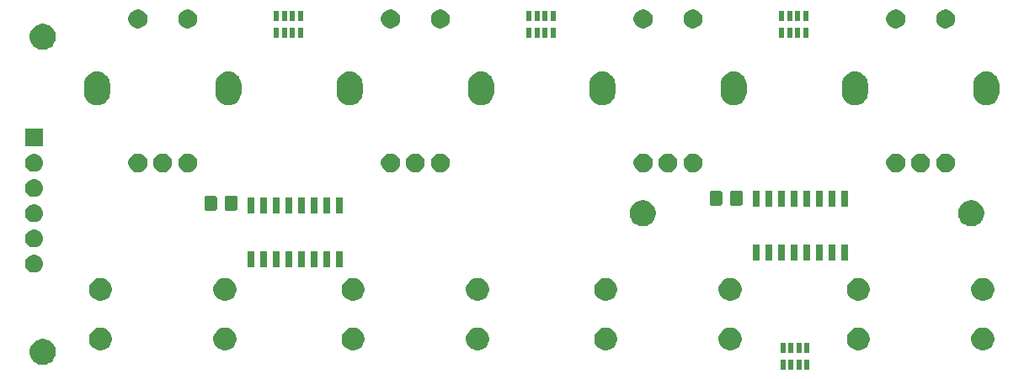
<source format=gbr>
G04 #@! TF.GenerationSoftware,KiCad,Pcbnew,5.0.1+dfsg1-2*
G04 #@! TF.CreationDate,2019-02-06T11:22:59+01:00*
G04 #@! TF.ProjectId,encoder-board,656E636F6465722D626F6172642E6B69,rev?*
G04 #@! TF.SameCoordinates,Original*
G04 #@! TF.FileFunction,Soldermask,Top*
G04 #@! TF.FilePolarity,Negative*
%FSLAX46Y46*%
G04 Gerber Fmt 4.6, Leading zero omitted, Abs format (unit mm)*
G04 Created by KiCad (PCBNEW 5.0.1+dfsg1-2) date Mi 06 Feb 2019 11:22:59 CET*
%MOMM*%
%LPD*%
G01*
G04 APERTURE LIST*
%ADD10C,0.100000*%
G04 APERTURE END LIST*
D10*
G36*
X181531000Y-122421000D02*
X181029000Y-122421000D01*
X181029000Y-121419000D01*
X181531000Y-121419000D01*
X181531000Y-122421000D01*
X181531000Y-122421000D01*
G37*
G36*
X180731000Y-122421000D02*
X180229000Y-122421000D01*
X180229000Y-121419000D01*
X180731000Y-121419000D01*
X180731000Y-122421000D01*
X180731000Y-122421000D01*
G37*
G36*
X183131000Y-122421000D02*
X182629000Y-122421000D01*
X182629000Y-121419000D01*
X183131000Y-121419000D01*
X183131000Y-122421000D01*
X183131000Y-122421000D01*
G37*
G36*
X182331000Y-122421000D02*
X181829000Y-122421000D01*
X181829000Y-121419000D01*
X182331000Y-121419000D01*
X182331000Y-122421000D01*
X182331000Y-122421000D01*
G37*
G36*
X106424485Y-119398996D02*
X106424487Y-119398997D01*
X106424488Y-119398997D01*
X106555744Y-119453365D01*
X106661255Y-119497069D01*
X106874342Y-119639449D01*
X107055551Y-119820658D01*
X107197931Y-120033745D01*
X107296004Y-120270515D01*
X107346000Y-120521861D01*
X107346000Y-120778139D01*
X107296004Y-121029485D01*
X107197931Y-121266255D01*
X107055551Y-121479342D01*
X106874342Y-121660551D01*
X106874339Y-121660553D01*
X106661255Y-121802931D01*
X106424488Y-121901003D01*
X106424487Y-121901003D01*
X106424485Y-121901004D01*
X106173139Y-121951000D01*
X105916861Y-121951000D01*
X105665515Y-121901004D01*
X105665513Y-121901003D01*
X105665512Y-121901003D01*
X105428745Y-121802931D01*
X105215661Y-121660553D01*
X105215658Y-121660551D01*
X105034449Y-121479342D01*
X104892069Y-121266255D01*
X104793996Y-121029485D01*
X104744000Y-120778139D01*
X104744000Y-120521861D01*
X104793996Y-120270515D01*
X104892069Y-120033745D01*
X105034449Y-119820658D01*
X105215658Y-119639449D01*
X105428745Y-119497069D01*
X105534256Y-119453365D01*
X105665512Y-119398997D01*
X105665513Y-119398997D01*
X105665515Y-119398996D01*
X105916861Y-119349000D01*
X106173139Y-119349000D01*
X106424485Y-119398996D01*
X106424485Y-119398996D01*
G37*
G36*
X180731000Y-120721000D02*
X180229000Y-120721000D01*
X180229000Y-119719000D01*
X180731000Y-119719000D01*
X180731000Y-120721000D01*
X180731000Y-120721000D01*
G37*
G36*
X183131000Y-120721000D02*
X182629000Y-120721000D01*
X182629000Y-119719000D01*
X183131000Y-119719000D01*
X183131000Y-120721000D01*
X183131000Y-120721000D01*
G37*
G36*
X182331000Y-120721000D02*
X181829000Y-120721000D01*
X181829000Y-119719000D01*
X182331000Y-119719000D01*
X182331000Y-120721000D01*
X182331000Y-120721000D01*
G37*
G36*
X181531000Y-120721000D02*
X181029000Y-120721000D01*
X181029000Y-119719000D01*
X181531000Y-119719000D01*
X181531000Y-120721000D01*
X181531000Y-120721000D01*
G37*
G36*
X200895734Y-118233232D02*
X201105202Y-118319996D01*
X201293723Y-118445962D01*
X201454038Y-118606277D01*
X201580004Y-118794798D01*
X201666768Y-119004266D01*
X201711000Y-119226635D01*
X201711000Y-119453365D01*
X201666768Y-119675734D01*
X201580004Y-119885202D01*
X201454038Y-120073723D01*
X201293723Y-120234038D01*
X201105202Y-120360004D01*
X200895734Y-120446768D01*
X200673365Y-120491000D01*
X200446635Y-120491000D01*
X200224266Y-120446768D01*
X200014798Y-120360004D01*
X199826277Y-120234038D01*
X199665962Y-120073723D01*
X199539996Y-119885202D01*
X199453232Y-119675734D01*
X199409000Y-119453365D01*
X199409000Y-119226635D01*
X199453232Y-119004266D01*
X199539996Y-118794798D01*
X199665962Y-118606277D01*
X199826277Y-118445962D01*
X200014798Y-118319996D01*
X200224266Y-118233232D01*
X200446635Y-118189000D01*
X200673365Y-118189000D01*
X200895734Y-118233232D01*
X200895734Y-118233232D01*
G37*
G36*
X188395734Y-118233232D02*
X188605202Y-118319996D01*
X188793723Y-118445962D01*
X188954038Y-118606277D01*
X189080004Y-118794798D01*
X189166768Y-119004266D01*
X189211000Y-119226635D01*
X189211000Y-119453365D01*
X189166768Y-119675734D01*
X189080004Y-119885202D01*
X188954038Y-120073723D01*
X188793723Y-120234038D01*
X188605202Y-120360004D01*
X188395734Y-120446768D01*
X188173365Y-120491000D01*
X187946635Y-120491000D01*
X187724266Y-120446768D01*
X187514798Y-120360004D01*
X187326277Y-120234038D01*
X187165962Y-120073723D01*
X187039996Y-119885202D01*
X186953232Y-119675734D01*
X186909000Y-119453365D01*
X186909000Y-119226635D01*
X186953232Y-119004266D01*
X187039996Y-118794798D01*
X187165962Y-118606277D01*
X187326277Y-118445962D01*
X187514798Y-118319996D01*
X187724266Y-118233232D01*
X187946635Y-118189000D01*
X188173365Y-118189000D01*
X188395734Y-118233232D01*
X188395734Y-118233232D01*
G37*
G36*
X162995734Y-118233232D02*
X163205202Y-118319996D01*
X163393723Y-118445962D01*
X163554038Y-118606277D01*
X163680004Y-118794798D01*
X163766768Y-119004266D01*
X163811000Y-119226635D01*
X163811000Y-119453365D01*
X163766768Y-119675734D01*
X163680004Y-119885202D01*
X163554038Y-120073723D01*
X163393723Y-120234038D01*
X163205202Y-120360004D01*
X162995734Y-120446768D01*
X162773365Y-120491000D01*
X162546635Y-120491000D01*
X162324266Y-120446768D01*
X162114798Y-120360004D01*
X161926277Y-120234038D01*
X161765962Y-120073723D01*
X161639996Y-119885202D01*
X161553232Y-119675734D01*
X161509000Y-119453365D01*
X161509000Y-119226635D01*
X161553232Y-119004266D01*
X161639996Y-118794798D01*
X161765962Y-118606277D01*
X161926277Y-118445962D01*
X162114798Y-118319996D01*
X162324266Y-118233232D01*
X162546635Y-118189000D01*
X162773365Y-118189000D01*
X162995734Y-118233232D01*
X162995734Y-118233232D01*
G37*
G36*
X175495734Y-118233232D02*
X175705202Y-118319996D01*
X175893723Y-118445962D01*
X176054038Y-118606277D01*
X176180004Y-118794798D01*
X176266768Y-119004266D01*
X176311000Y-119226635D01*
X176311000Y-119453365D01*
X176266768Y-119675734D01*
X176180004Y-119885202D01*
X176054038Y-120073723D01*
X175893723Y-120234038D01*
X175705202Y-120360004D01*
X175495734Y-120446768D01*
X175273365Y-120491000D01*
X175046635Y-120491000D01*
X174824266Y-120446768D01*
X174614798Y-120360004D01*
X174426277Y-120234038D01*
X174265962Y-120073723D01*
X174139996Y-119885202D01*
X174053232Y-119675734D01*
X174009000Y-119453365D01*
X174009000Y-119226635D01*
X174053232Y-119004266D01*
X174139996Y-118794798D01*
X174265962Y-118606277D01*
X174426277Y-118445962D01*
X174614798Y-118319996D01*
X174824266Y-118233232D01*
X175046635Y-118189000D01*
X175273365Y-118189000D01*
X175495734Y-118233232D01*
X175495734Y-118233232D01*
G37*
G36*
X150095734Y-118233232D02*
X150305202Y-118319996D01*
X150493723Y-118445962D01*
X150654038Y-118606277D01*
X150780004Y-118794798D01*
X150866768Y-119004266D01*
X150911000Y-119226635D01*
X150911000Y-119453365D01*
X150866768Y-119675734D01*
X150780004Y-119885202D01*
X150654038Y-120073723D01*
X150493723Y-120234038D01*
X150305202Y-120360004D01*
X150095734Y-120446768D01*
X149873365Y-120491000D01*
X149646635Y-120491000D01*
X149424266Y-120446768D01*
X149214798Y-120360004D01*
X149026277Y-120234038D01*
X148865962Y-120073723D01*
X148739996Y-119885202D01*
X148653232Y-119675734D01*
X148609000Y-119453365D01*
X148609000Y-119226635D01*
X148653232Y-119004266D01*
X148739996Y-118794798D01*
X148865962Y-118606277D01*
X149026277Y-118445962D01*
X149214798Y-118319996D01*
X149424266Y-118233232D01*
X149646635Y-118189000D01*
X149873365Y-118189000D01*
X150095734Y-118233232D01*
X150095734Y-118233232D01*
G37*
G36*
X124695734Y-118233232D02*
X124905202Y-118319996D01*
X125093723Y-118445962D01*
X125254038Y-118606277D01*
X125380004Y-118794798D01*
X125466768Y-119004266D01*
X125511000Y-119226635D01*
X125511000Y-119453365D01*
X125466768Y-119675734D01*
X125380004Y-119885202D01*
X125254038Y-120073723D01*
X125093723Y-120234038D01*
X124905202Y-120360004D01*
X124695734Y-120446768D01*
X124473365Y-120491000D01*
X124246635Y-120491000D01*
X124024266Y-120446768D01*
X123814798Y-120360004D01*
X123626277Y-120234038D01*
X123465962Y-120073723D01*
X123339996Y-119885202D01*
X123253232Y-119675734D01*
X123209000Y-119453365D01*
X123209000Y-119226635D01*
X123253232Y-119004266D01*
X123339996Y-118794798D01*
X123465962Y-118606277D01*
X123626277Y-118445962D01*
X123814798Y-118319996D01*
X124024266Y-118233232D01*
X124246635Y-118189000D01*
X124473365Y-118189000D01*
X124695734Y-118233232D01*
X124695734Y-118233232D01*
G37*
G36*
X112195734Y-118233232D02*
X112405202Y-118319996D01*
X112593723Y-118445962D01*
X112754038Y-118606277D01*
X112880004Y-118794798D01*
X112966768Y-119004266D01*
X113011000Y-119226635D01*
X113011000Y-119453365D01*
X112966768Y-119675734D01*
X112880004Y-119885202D01*
X112754038Y-120073723D01*
X112593723Y-120234038D01*
X112405202Y-120360004D01*
X112195734Y-120446768D01*
X111973365Y-120491000D01*
X111746635Y-120491000D01*
X111524266Y-120446768D01*
X111314798Y-120360004D01*
X111126277Y-120234038D01*
X110965962Y-120073723D01*
X110839996Y-119885202D01*
X110753232Y-119675734D01*
X110709000Y-119453365D01*
X110709000Y-119226635D01*
X110753232Y-119004266D01*
X110839996Y-118794798D01*
X110965962Y-118606277D01*
X111126277Y-118445962D01*
X111314798Y-118319996D01*
X111524266Y-118233232D01*
X111746635Y-118189000D01*
X111973365Y-118189000D01*
X112195734Y-118233232D01*
X112195734Y-118233232D01*
G37*
G36*
X137595734Y-118233232D02*
X137805202Y-118319996D01*
X137993723Y-118445962D01*
X138154038Y-118606277D01*
X138280004Y-118794798D01*
X138366768Y-119004266D01*
X138411000Y-119226635D01*
X138411000Y-119453365D01*
X138366768Y-119675734D01*
X138280004Y-119885202D01*
X138154038Y-120073723D01*
X137993723Y-120234038D01*
X137805202Y-120360004D01*
X137595734Y-120446768D01*
X137373365Y-120491000D01*
X137146635Y-120491000D01*
X136924266Y-120446768D01*
X136714798Y-120360004D01*
X136526277Y-120234038D01*
X136365962Y-120073723D01*
X136239996Y-119885202D01*
X136153232Y-119675734D01*
X136109000Y-119453365D01*
X136109000Y-119226635D01*
X136153232Y-119004266D01*
X136239996Y-118794798D01*
X136365962Y-118606277D01*
X136526277Y-118445962D01*
X136714798Y-118319996D01*
X136924266Y-118233232D01*
X137146635Y-118189000D01*
X137373365Y-118189000D01*
X137595734Y-118233232D01*
X137595734Y-118233232D01*
G37*
G36*
X188395734Y-113233232D02*
X188605202Y-113319996D01*
X188793723Y-113445962D01*
X188954038Y-113606277D01*
X189080004Y-113794798D01*
X189166768Y-114004266D01*
X189211000Y-114226635D01*
X189211000Y-114453365D01*
X189166768Y-114675734D01*
X189080004Y-114885202D01*
X188954038Y-115073723D01*
X188793723Y-115234038D01*
X188605202Y-115360004D01*
X188395734Y-115446768D01*
X188173365Y-115491000D01*
X187946635Y-115491000D01*
X187724266Y-115446768D01*
X187514798Y-115360004D01*
X187326277Y-115234038D01*
X187165962Y-115073723D01*
X187039996Y-114885202D01*
X186953232Y-114675734D01*
X186909000Y-114453365D01*
X186909000Y-114226635D01*
X186953232Y-114004266D01*
X187039996Y-113794798D01*
X187165962Y-113606277D01*
X187326277Y-113445962D01*
X187514798Y-113319996D01*
X187724266Y-113233232D01*
X187946635Y-113189000D01*
X188173365Y-113189000D01*
X188395734Y-113233232D01*
X188395734Y-113233232D01*
G37*
G36*
X162995734Y-113233232D02*
X163205202Y-113319996D01*
X163393723Y-113445962D01*
X163554038Y-113606277D01*
X163680004Y-113794798D01*
X163766768Y-114004266D01*
X163811000Y-114226635D01*
X163811000Y-114453365D01*
X163766768Y-114675734D01*
X163680004Y-114885202D01*
X163554038Y-115073723D01*
X163393723Y-115234038D01*
X163205202Y-115360004D01*
X162995734Y-115446768D01*
X162773365Y-115491000D01*
X162546635Y-115491000D01*
X162324266Y-115446768D01*
X162114798Y-115360004D01*
X161926277Y-115234038D01*
X161765962Y-115073723D01*
X161639996Y-114885202D01*
X161553232Y-114675734D01*
X161509000Y-114453365D01*
X161509000Y-114226635D01*
X161553232Y-114004266D01*
X161639996Y-113794798D01*
X161765962Y-113606277D01*
X161926277Y-113445962D01*
X162114798Y-113319996D01*
X162324266Y-113233232D01*
X162546635Y-113189000D01*
X162773365Y-113189000D01*
X162995734Y-113233232D01*
X162995734Y-113233232D01*
G37*
G36*
X150095734Y-113233232D02*
X150305202Y-113319996D01*
X150493723Y-113445962D01*
X150654038Y-113606277D01*
X150780004Y-113794798D01*
X150866768Y-114004266D01*
X150911000Y-114226635D01*
X150911000Y-114453365D01*
X150866768Y-114675734D01*
X150780004Y-114885202D01*
X150654038Y-115073723D01*
X150493723Y-115234038D01*
X150305202Y-115360004D01*
X150095734Y-115446768D01*
X149873365Y-115491000D01*
X149646635Y-115491000D01*
X149424266Y-115446768D01*
X149214798Y-115360004D01*
X149026277Y-115234038D01*
X148865962Y-115073723D01*
X148739996Y-114885202D01*
X148653232Y-114675734D01*
X148609000Y-114453365D01*
X148609000Y-114226635D01*
X148653232Y-114004266D01*
X148739996Y-113794798D01*
X148865962Y-113606277D01*
X149026277Y-113445962D01*
X149214798Y-113319996D01*
X149424266Y-113233232D01*
X149646635Y-113189000D01*
X149873365Y-113189000D01*
X150095734Y-113233232D01*
X150095734Y-113233232D01*
G37*
G36*
X137595734Y-113233232D02*
X137805202Y-113319996D01*
X137993723Y-113445962D01*
X138154038Y-113606277D01*
X138280004Y-113794798D01*
X138366768Y-114004266D01*
X138411000Y-114226635D01*
X138411000Y-114453365D01*
X138366768Y-114675734D01*
X138280004Y-114885202D01*
X138154038Y-115073723D01*
X137993723Y-115234038D01*
X137805202Y-115360004D01*
X137595734Y-115446768D01*
X137373365Y-115491000D01*
X137146635Y-115491000D01*
X136924266Y-115446768D01*
X136714798Y-115360004D01*
X136526277Y-115234038D01*
X136365962Y-115073723D01*
X136239996Y-114885202D01*
X136153232Y-114675734D01*
X136109000Y-114453365D01*
X136109000Y-114226635D01*
X136153232Y-114004266D01*
X136239996Y-113794798D01*
X136365962Y-113606277D01*
X136526277Y-113445962D01*
X136714798Y-113319996D01*
X136924266Y-113233232D01*
X137146635Y-113189000D01*
X137373365Y-113189000D01*
X137595734Y-113233232D01*
X137595734Y-113233232D01*
G37*
G36*
X124695734Y-113233232D02*
X124905202Y-113319996D01*
X125093723Y-113445962D01*
X125254038Y-113606277D01*
X125380004Y-113794798D01*
X125466768Y-114004266D01*
X125511000Y-114226635D01*
X125511000Y-114453365D01*
X125466768Y-114675734D01*
X125380004Y-114885202D01*
X125254038Y-115073723D01*
X125093723Y-115234038D01*
X124905202Y-115360004D01*
X124695734Y-115446768D01*
X124473365Y-115491000D01*
X124246635Y-115491000D01*
X124024266Y-115446768D01*
X123814798Y-115360004D01*
X123626277Y-115234038D01*
X123465962Y-115073723D01*
X123339996Y-114885202D01*
X123253232Y-114675734D01*
X123209000Y-114453365D01*
X123209000Y-114226635D01*
X123253232Y-114004266D01*
X123339996Y-113794798D01*
X123465962Y-113606277D01*
X123626277Y-113445962D01*
X123814798Y-113319996D01*
X124024266Y-113233232D01*
X124246635Y-113189000D01*
X124473365Y-113189000D01*
X124695734Y-113233232D01*
X124695734Y-113233232D01*
G37*
G36*
X112195734Y-113233232D02*
X112405202Y-113319996D01*
X112593723Y-113445962D01*
X112754038Y-113606277D01*
X112880004Y-113794798D01*
X112966768Y-114004266D01*
X113011000Y-114226635D01*
X113011000Y-114453365D01*
X112966768Y-114675734D01*
X112880004Y-114885202D01*
X112754038Y-115073723D01*
X112593723Y-115234038D01*
X112405202Y-115360004D01*
X112195734Y-115446768D01*
X111973365Y-115491000D01*
X111746635Y-115491000D01*
X111524266Y-115446768D01*
X111314798Y-115360004D01*
X111126277Y-115234038D01*
X110965962Y-115073723D01*
X110839996Y-114885202D01*
X110753232Y-114675734D01*
X110709000Y-114453365D01*
X110709000Y-114226635D01*
X110753232Y-114004266D01*
X110839996Y-113794798D01*
X110965962Y-113606277D01*
X111126277Y-113445962D01*
X111314798Y-113319996D01*
X111524266Y-113233232D01*
X111746635Y-113189000D01*
X111973365Y-113189000D01*
X112195734Y-113233232D01*
X112195734Y-113233232D01*
G37*
G36*
X200895734Y-113233232D02*
X201105202Y-113319996D01*
X201293723Y-113445962D01*
X201454038Y-113606277D01*
X201580004Y-113794798D01*
X201666768Y-114004266D01*
X201711000Y-114226635D01*
X201711000Y-114453365D01*
X201666768Y-114675734D01*
X201580004Y-114885202D01*
X201454038Y-115073723D01*
X201293723Y-115234038D01*
X201105202Y-115360004D01*
X200895734Y-115446768D01*
X200673365Y-115491000D01*
X200446635Y-115491000D01*
X200224266Y-115446768D01*
X200014798Y-115360004D01*
X199826277Y-115234038D01*
X199665962Y-115073723D01*
X199539996Y-114885202D01*
X199453232Y-114675734D01*
X199409000Y-114453365D01*
X199409000Y-114226635D01*
X199453232Y-114004266D01*
X199539996Y-113794798D01*
X199665962Y-113606277D01*
X199826277Y-113445962D01*
X200014798Y-113319996D01*
X200224266Y-113233232D01*
X200446635Y-113189000D01*
X200673365Y-113189000D01*
X200895734Y-113233232D01*
X200895734Y-113233232D01*
G37*
G36*
X175495734Y-113233232D02*
X175705202Y-113319996D01*
X175893723Y-113445962D01*
X176054038Y-113606277D01*
X176180004Y-113794798D01*
X176266768Y-114004266D01*
X176311000Y-114226635D01*
X176311000Y-114453365D01*
X176266768Y-114675734D01*
X176180004Y-114885202D01*
X176054038Y-115073723D01*
X175893723Y-115234038D01*
X175705202Y-115360004D01*
X175495734Y-115446768D01*
X175273365Y-115491000D01*
X175046635Y-115491000D01*
X174824266Y-115446768D01*
X174614798Y-115360004D01*
X174426277Y-115234038D01*
X174265962Y-115073723D01*
X174139996Y-114885202D01*
X174053232Y-114675734D01*
X174009000Y-114453365D01*
X174009000Y-114226635D01*
X174053232Y-114004266D01*
X174139996Y-113794798D01*
X174265962Y-113606277D01*
X174426277Y-113445962D01*
X174614798Y-113319996D01*
X174824266Y-113233232D01*
X175046635Y-113189000D01*
X175273365Y-113189000D01*
X175495734Y-113233232D01*
X175495734Y-113233232D01*
G37*
G36*
X105266442Y-110865518D02*
X105332627Y-110872037D01*
X105445853Y-110906384D01*
X105502467Y-110923557D01*
X105641087Y-110997652D01*
X105658991Y-111007222D01*
X105694729Y-111036552D01*
X105796186Y-111119814D01*
X105879448Y-111221271D01*
X105908778Y-111257009D01*
X105908779Y-111257011D01*
X105992443Y-111413533D01*
X105992443Y-111413534D01*
X106043963Y-111583373D01*
X106061359Y-111760000D01*
X106043963Y-111936627D01*
X106009616Y-112049853D01*
X105992443Y-112106467D01*
X105918348Y-112245087D01*
X105908778Y-112262991D01*
X105879448Y-112298729D01*
X105796186Y-112400186D01*
X105694729Y-112483448D01*
X105658991Y-112512778D01*
X105658989Y-112512779D01*
X105502467Y-112596443D01*
X105445853Y-112613616D01*
X105332627Y-112647963D01*
X105266442Y-112654482D01*
X105200260Y-112661000D01*
X105111740Y-112661000D01*
X105045558Y-112654482D01*
X104979373Y-112647963D01*
X104866147Y-112613616D01*
X104809533Y-112596443D01*
X104653011Y-112512779D01*
X104653009Y-112512778D01*
X104617271Y-112483448D01*
X104515814Y-112400186D01*
X104432552Y-112298729D01*
X104403222Y-112262991D01*
X104393652Y-112245087D01*
X104319557Y-112106467D01*
X104302384Y-112049853D01*
X104268037Y-111936627D01*
X104250641Y-111760000D01*
X104268037Y-111583373D01*
X104319557Y-111413534D01*
X104319557Y-111413533D01*
X104403221Y-111257011D01*
X104403222Y-111257009D01*
X104432552Y-111221271D01*
X104515814Y-111119814D01*
X104617271Y-111036552D01*
X104653009Y-111007222D01*
X104670913Y-110997652D01*
X104809533Y-110923557D01*
X104866147Y-110906384D01*
X104979373Y-110872037D01*
X105045558Y-110865518D01*
X105111740Y-110859000D01*
X105200260Y-110859000D01*
X105266442Y-110865518D01*
X105266442Y-110865518D01*
G37*
G36*
X133701000Y-112086000D02*
X132999000Y-112086000D01*
X132999000Y-110484000D01*
X133701000Y-110484000D01*
X133701000Y-112086000D01*
X133701000Y-112086000D01*
G37*
G36*
X129891000Y-112086000D02*
X129189000Y-112086000D01*
X129189000Y-110484000D01*
X129891000Y-110484000D01*
X129891000Y-112086000D01*
X129891000Y-112086000D01*
G37*
G36*
X131161000Y-112086000D02*
X130459000Y-112086000D01*
X130459000Y-110484000D01*
X131161000Y-110484000D01*
X131161000Y-112086000D01*
X131161000Y-112086000D01*
G37*
G36*
X132431000Y-112086000D02*
X131729000Y-112086000D01*
X131729000Y-110484000D01*
X132431000Y-110484000D01*
X132431000Y-112086000D01*
X132431000Y-112086000D01*
G37*
G36*
X134971000Y-112086000D02*
X134269000Y-112086000D01*
X134269000Y-110484000D01*
X134971000Y-110484000D01*
X134971000Y-112086000D01*
X134971000Y-112086000D01*
G37*
G36*
X136241000Y-112086000D02*
X135539000Y-112086000D01*
X135539000Y-110484000D01*
X136241000Y-110484000D01*
X136241000Y-112086000D01*
X136241000Y-112086000D01*
G37*
G36*
X128621000Y-112086000D02*
X127919000Y-112086000D01*
X127919000Y-110484000D01*
X128621000Y-110484000D01*
X128621000Y-112086000D01*
X128621000Y-112086000D01*
G37*
G36*
X127351000Y-112086000D02*
X126649000Y-112086000D01*
X126649000Y-110484000D01*
X127351000Y-110484000D01*
X127351000Y-112086000D01*
X127351000Y-112086000D01*
G37*
G36*
X180691000Y-111451000D02*
X179989000Y-111451000D01*
X179989000Y-109849000D01*
X180691000Y-109849000D01*
X180691000Y-111451000D01*
X180691000Y-111451000D01*
G37*
G36*
X187041000Y-111451000D02*
X186339000Y-111451000D01*
X186339000Y-109849000D01*
X187041000Y-109849000D01*
X187041000Y-111451000D01*
X187041000Y-111451000D01*
G37*
G36*
X181961000Y-111451000D02*
X181259000Y-111451000D01*
X181259000Y-109849000D01*
X181961000Y-109849000D01*
X181961000Y-111451000D01*
X181961000Y-111451000D01*
G37*
G36*
X183231000Y-111451000D02*
X182529000Y-111451000D01*
X182529000Y-109849000D01*
X183231000Y-109849000D01*
X183231000Y-111451000D01*
X183231000Y-111451000D01*
G37*
G36*
X184501000Y-111451000D02*
X183799000Y-111451000D01*
X183799000Y-109849000D01*
X184501000Y-109849000D01*
X184501000Y-111451000D01*
X184501000Y-111451000D01*
G37*
G36*
X185771000Y-111451000D02*
X185069000Y-111451000D01*
X185069000Y-109849000D01*
X185771000Y-109849000D01*
X185771000Y-111451000D01*
X185771000Y-111451000D01*
G37*
G36*
X179421000Y-111451000D02*
X178719000Y-111451000D01*
X178719000Y-109849000D01*
X179421000Y-109849000D01*
X179421000Y-111451000D01*
X179421000Y-111451000D01*
G37*
G36*
X178151000Y-111451000D02*
X177449000Y-111451000D01*
X177449000Y-109849000D01*
X178151000Y-109849000D01*
X178151000Y-111451000D01*
X178151000Y-111451000D01*
G37*
G36*
X105266443Y-108325519D02*
X105332627Y-108332037D01*
X105445853Y-108366384D01*
X105502467Y-108383557D01*
X105641087Y-108457652D01*
X105658991Y-108467222D01*
X105694729Y-108496552D01*
X105796186Y-108579814D01*
X105879448Y-108681271D01*
X105908778Y-108717009D01*
X105908779Y-108717011D01*
X105992443Y-108873533D01*
X105992443Y-108873534D01*
X106043963Y-109043373D01*
X106061359Y-109220000D01*
X106043963Y-109396627D01*
X106009616Y-109509853D01*
X105992443Y-109566467D01*
X105918348Y-109705087D01*
X105908778Y-109722991D01*
X105879448Y-109758729D01*
X105796186Y-109860186D01*
X105694729Y-109943448D01*
X105658991Y-109972778D01*
X105658989Y-109972779D01*
X105502467Y-110056443D01*
X105445853Y-110073616D01*
X105332627Y-110107963D01*
X105266443Y-110114481D01*
X105200260Y-110121000D01*
X105111740Y-110121000D01*
X105045557Y-110114481D01*
X104979373Y-110107963D01*
X104866147Y-110073616D01*
X104809533Y-110056443D01*
X104653011Y-109972779D01*
X104653009Y-109972778D01*
X104617271Y-109943448D01*
X104515814Y-109860186D01*
X104432552Y-109758729D01*
X104403222Y-109722991D01*
X104393652Y-109705087D01*
X104319557Y-109566467D01*
X104302384Y-109509853D01*
X104268037Y-109396627D01*
X104250641Y-109220000D01*
X104268037Y-109043373D01*
X104319557Y-108873534D01*
X104319557Y-108873533D01*
X104403221Y-108717011D01*
X104403222Y-108717009D01*
X104432552Y-108681271D01*
X104515814Y-108579814D01*
X104617271Y-108496552D01*
X104653009Y-108467222D01*
X104670913Y-108457652D01*
X104809533Y-108383557D01*
X104866147Y-108366384D01*
X104979373Y-108332037D01*
X105045557Y-108325519D01*
X105111740Y-108319000D01*
X105200260Y-108319000D01*
X105266443Y-108325519D01*
X105266443Y-108325519D01*
G37*
G36*
X199769485Y-105428996D02*
X199769487Y-105428997D01*
X199769488Y-105428997D01*
X200006255Y-105527069D01*
X200219342Y-105669449D01*
X200400551Y-105850658D01*
X200400553Y-105850661D01*
X200542931Y-106063745D01*
X200636800Y-106290364D01*
X200641004Y-106300515D01*
X200691000Y-106551861D01*
X200691000Y-106808139D01*
X200641004Y-107059485D01*
X200542931Y-107296255D01*
X200400551Y-107509342D01*
X200219342Y-107690551D01*
X200219339Y-107690553D01*
X200006255Y-107832931D01*
X199769488Y-107931003D01*
X199769487Y-107931003D01*
X199769485Y-107931004D01*
X199518139Y-107981000D01*
X199261861Y-107981000D01*
X199010515Y-107931004D01*
X199010513Y-107931003D01*
X199010512Y-107931003D01*
X198773745Y-107832931D01*
X198560661Y-107690553D01*
X198560658Y-107690551D01*
X198379449Y-107509342D01*
X198237069Y-107296255D01*
X198138996Y-107059485D01*
X198089000Y-106808139D01*
X198089000Y-106551861D01*
X198138996Y-106300515D01*
X198143201Y-106290364D01*
X198237069Y-106063745D01*
X198379447Y-105850661D01*
X198379449Y-105850658D01*
X198560658Y-105669449D01*
X198773745Y-105527069D01*
X199010512Y-105428997D01*
X199010513Y-105428997D01*
X199010515Y-105428996D01*
X199261861Y-105379000D01*
X199518139Y-105379000D01*
X199769485Y-105428996D01*
X199769485Y-105428996D01*
G37*
G36*
X166749485Y-105428996D02*
X166749487Y-105428997D01*
X166749488Y-105428997D01*
X166986255Y-105527069D01*
X167199342Y-105669449D01*
X167380551Y-105850658D01*
X167380553Y-105850661D01*
X167522931Y-106063745D01*
X167616800Y-106290364D01*
X167621004Y-106300515D01*
X167671000Y-106551861D01*
X167671000Y-106808139D01*
X167621004Y-107059485D01*
X167522931Y-107296255D01*
X167380551Y-107509342D01*
X167199342Y-107690551D01*
X167199339Y-107690553D01*
X166986255Y-107832931D01*
X166749488Y-107931003D01*
X166749487Y-107931003D01*
X166749485Y-107931004D01*
X166498139Y-107981000D01*
X166241861Y-107981000D01*
X165990515Y-107931004D01*
X165990513Y-107931003D01*
X165990512Y-107931003D01*
X165753745Y-107832931D01*
X165540661Y-107690553D01*
X165540658Y-107690551D01*
X165359449Y-107509342D01*
X165217069Y-107296255D01*
X165118996Y-107059485D01*
X165069000Y-106808139D01*
X165069000Y-106551861D01*
X165118996Y-106300515D01*
X165123201Y-106290364D01*
X165217069Y-106063745D01*
X165359447Y-105850661D01*
X165359449Y-105850658D01*
X165540658Y-105669449D01*
X165753745Y-105527069D01*
X165990512Y-105428997D01*
X165990513Y-105428997D01*
X165990515Y-105428996D01*
X166241861Y-105379000D01*
X166498139Y-105379000D01*
X166749485Y-105428996D01*
X166749485Y-105428996D01*
G37*
G36*
X105266443Y-105785519D02*
X105332627Y-105792037D01*
X105445853Y-105826384D01*
X105502467Y-105843557D01*
X105591416Y-105891102D01*
X105658991Y-105927222D01*
X105694729Y-105956552D01*
X105796186Y-106039814D01*
X105879448Y-106141271D01*
X105908778Y-106177009D01*
X105908779Y-106177011D01*
X105992443Y-106333533D01*
X105999121Y-106355548D01*
X106043963Y-106503373D01*
X106061359Y-106680000D01*
X106043963Y-106856627D01*
X106009616Y-106969853D01*
X105992443Y-107026467D01*
X105918348Y-107165087D01*
X105908778Y-107182991D01*
X105879448Y-107218729D01*
X105796186Y-107320186D01*
X105694729Y-107403448D01*
X105658991Y-107432778D01*
X105658989Y-107432779D01*
X105502467Y-107516443D01*
X105445853Y-107533616D01*
X105332627Y-107567963D01*
X105266443Y-107574481D01*
X105200260Y-107581000D01*
X105111740Y-107581000D01*
X105045557Y-107574481D01*
X104979373Y-107567963D01*
X104866147Y-107533616D01*
X104809533Y-107516443D01*
X104653011Y-107432779D01*
X104653009Y-107432778D01*
X104617271Y-107403448D01*
X104515814Y-107320186D01*
X104432552Y-107218729D01*
X104403222Y-107182991D01*
X104393652Y-107165087D01*
X104319557Y-107026467D01*
X104302384Y-106969853D01*
X104268037Y-106856627D01*
X104250641Y-106680000D01*
X104268037Y-106503373D01*
X104312879Y-106355548D01*
X104319557Y-106333533D01*
X104403221Y-106177011D01*
X104403222Y-106177009D01*
X104432552Y-106141271D01*
X104515814Y-106039814D01*
X104617271Y-105956552D01*
X104653009Y-105927222D01*
X104720584Y-105891102D01*
X104809533Y-105843557D01*
X104866147Y-105826384D01*
X104979373Y-105792037D01*
X105045557Y-105785519D01*
X105111740Y-105779000D01*
X105200260Y-105779000D01*
X105266443Y-105785519D01*
X105266443Y-105785519D01*
G37*
G36*
X128621000Y-106686000D02*
X127919000Y-106686000D01*
X127919000Y-105084000D01*
X128621000Y-105084000D01*
X128621000Y-106686000D01*
X128621000Y-106686000D01*
G37*
G36*
X132431000Y-106686000D02*
X131729000Y-106686000D01*
X131729000Y-105084000D01*
X132431000Y-105084000D01*
X132431000Y-106686000D01*
X132431000Y-106686000D01*
G37*
G36*
X133701000Y-106686000D02*
X132999000Y-106686000D01*
X132999000Y-105084000D01*
X133701000Y-105084000D01*
X133701000Y-106686000D01*
X133701000Y-106686000D01*
G37*
G36*
X134971000Y-106686000D02*
X134269000Y-106686000D01*
X134269000Y-105084000D01*
X134971000Y-105084000D01*
X134971000Y-106686000D01*
X134971000Y-106686000D01*
G37*
G36*
X136241000Y-106686000D02*
X135539000Y-106686000D01*
X135539000Y-105084000D01*
X136241000Y-105084000D01*
X136241000Y-106686000D01*
X136241000Y-106686000D01*
G37*
G36*
X131161000Y-106686000D02*
X130459000Y-106686000D01*
X130459000Y-105084000D01*
X131161000Y-105084000D01*
X131161000Y-106686000D01*
X131161000Y-106686000D01*
G37*
G36*
X129891000Y-106686000D02*
X129189000Y-106686000D01*
X129189000Y-105084000D01*
X129891000Y-105084000D01*
X129891000Y-106686000D01*
X129891000Y-106686000D01*
G37*
G36*
X127351000Y-106686000D02*
X126649000Y-106686000D01*
X126649000Y-105084000D01*
X127351000Y-105084000D01*
X127351000Y-106686000D01*
X127351000Y-106686000D01*
G37*
G36*
X125440677Y-104917465D02*
X125478364Y-104928898D01*
X125513103Y-104947466D01*
X125543548Y-104972452D01*
X125568534Y-105002897D01*
X125587102Y-105037636D01*
X125598535Y-105075323D01*
X125603000Y-105120661D01*
X125603000Y-106207339D01*
X125598535Y-106252677D01*
X125587102Y-106290364D01*
X125568534Y-106325103D01*
X125543548Y-106355548D01*
X125513103Y-106380534D01*
X125478364Y-106399102D01*
X125440677Y-106410535D01*
X125395339Y-106415000D01*
X124558661Y-106415000D01*
X124513323Y-106410535D01*
X124475636Y-106399102D01*
X124440897Y-106380534D01*
X124410452Y-106355548D01*
X124385466Y-106325103D01*
X124366898Y-106290364D01*
X124355465Y-106252677D01*
X124351000Y-106207339D01*
X124351000Y-105120661D01*
X124355465Y-105075323D01*
X124366898Y-105037636D01*
X124385466Y-105002897D01*
X124410452Y-104972452D01*
X124440897Y-104947466D01*
X124475636Y-104928898D01*
X124513323Y-104917465D01*
X124558661Y-104913000D01*
X125395339Y-104913000D01*
X125440677Y-104917465D01*
X125440677Y-104917465D01*
G37*
G36*
X123390677Y-104917465D02*
X123428364Y-104928898D01*
X123463103Y-104947466D01*
X123493548Y-104972452D01*
X123518534Y-105002897D01*
X123537102Y-105037636D01*
X123548535Y-105075323D01*
X123553000Y-105120661D01*
X123553000Y-106207339D01*
X123548535Y-106252677D01*
X123537102Y-106290364D01*
X123518534Y-106325103D01*
X123493548Y-106355548D01*
X123463103Y-106380534D01*
X123428364Y-106399102D01*
X123390677Y-106410535D01*
X123345339Y-106415000D01*
X122508661Y-106415000D01*
X122463323Y-106410535D01*
X122425636Y-106399102D01*
X122390897Y-106380534D01*
X122360452Y-106355548D01*
X122335466Y-106325103D01*
X122316898Y-106290364D01*
X122305465Y-106252677D01*
X122301000Y-106207339D01*
X122301000Y-105120661D01*
X122305465Y-105075323D01*
X122316898Y-105037636D01*
X122335466Y-105002897D01*
X122360452Y-104972452D01*
X122390897Y-104947466D01*
X122425636Y-104928898D01*
X122463323Y-104917465D01*
X122508661Y-104913000D01*
X123345339Y-104913000D01*
X123390677Y-104917465D01*
X123390677Y-104917465D01*
G37*
G36*
X179421000Y-106051000D02*
X178719000Y-106051000D01*
X178719000Y-104449000D01*
X179421000Y-104449000D01*
X179421000Y-106051000D01*
X179421000Y-106051000D01*
G37*
G36*
X178151000Y-106051000D02*
X177449000Y-106051000D01*
X177449000Y-104449000D01*
X178151000Y-104449000D01*
X178151000Y-106051000D01*
X178151000Y-106051000D01*
G37*
G36*
X181961000Y-106051000D02*
X181259000Y-106051000D01*
X181259000Y-104449000D01*
X181961000Y-104449000D01*
X181961000Y-106051000D01*
X181961000Y-106051000D01*
G37*
G36*
X183231000Y-106051000D02*
X182529000Y-106051000D01*
X182529000Y-104449000D01*
X183231000Y-104449000D01*
X183231000Y-106051000D01*
X183231000Y-106051000D01*
G37*
G36*
X184501000Y-106051000D02*
X183799000Y-106051000D01*
X183799000Y-104449000D01*
X184501000Y-104449000D01*
X184501000Y-106051000D01*
X184501000Y-106051000D01*
G37*
G36*
X185771000Y-106051000D02*
X185069000Y-106051000D01*
X185069000Y-104449000D01*
X185771000Y-104449000D01*
X185771000Y-106051000D01*
X185771000Y-106051000D01*
G37*
G36*
X180691000Y-106051000D02*
X179989000Y-106051000D01*
X179989000Y-104449000D01*
X180691000Y-104449000D01*
X180691000Y-106051000D01*
X180691000Y-106051000D01*
G37*
G36*
X187041000Y-106051000D02*
X186339000Y-106051000D01*
X186339000Y-104449000D01*
X187041000Y-104449000D01*
X187041000Y-106051000D01*
X187041000Y-106051000D01*
G37*
G36*
X174190677Y-104409465D02*
X174228364Y-104420898D01*
X174263103Y-104439466D01*
X174293548Y-104464452D01*
X174318534Y-104494897D01*
X174337102Y-104529636D01*
X174348535Y-104567323D01*
X174353000Y-104612661D01*
X174353000Y-105699339D01*
X174348535Y-105744677D01*
X174337102Y-105782364D01*
X174318534Y-105817103D01*
X174293548Y-105847548D01*
X174263103Y-105872534D01*
X174228364Y-105891102D01*
X174190677Y-105902535D01*
X174145339Y-105907000D01*
X173308661Y-105907000D01*
X173263323Y-105902535D01*
X173225636Y-105891102D01*
X173190897Y-105872534D01*
X173160452Y-105847548D01*
X173135466Y-105817103D01*
X173116898Y-105782364D01*
X173105465Y-105744677D01*
X173101000Y-105699339D01*
X173101000Y-104612661D01*
X173105465Y-104567323D01*
X173116898Y-104529636D01*
X173135466Y-104494897D01*
X173160452Y-104464452D01*
X173190897Y-104439466D01*
X173225636Y-104420898D01*
X173263323Y-104409465D01*
X173308661Y-104405000D01*
X174145339Y-104405000D01*
X174190677Y-104409465D01*
X174190677Y-104409465D01*
G37*
G36*
X176240677Y-104409465D02*
X176278364Y-104420898D01*
X176313103Y-104439466D01*
X176343548Y-104464452D01*
X176368534Y-104494897D01*
X176387102Y-104529636D01*
X176398535Y-104567323D01*
X176403000Y-104612661D01*
X176403000Y-105699339D01*
X176398535Y-105744677D01*
X176387102Y-105782364D01*
X176368534Y-105817103D01*
X176343548Y-105847548D01*
X176313103Y-105872534D01*
X176278364Y-105891102D01*
X176240677Y-105902535D01*
X176195339Y-105907000D01*
X175358661Y-105907000D01*
X175313323Y-105902535D01*
X175275636Y-105891102D01*
X175240897Y-105872534D01*
X175210452Y-105847548D01*
X175185466Y-105817103D01*
X175166898Y-105782364D01*
X175155465Y-105744677D01*
X175151000Y-105699339D01*
X175151000Y-104612661D01*
X175155465Y-104567323D01*
X175166898Y-104529636D01*
X175185466Y-104494897D01*
X175210452Y-104464452D01*
X175240897Y-104439466D01*
X175275636Y-104420898D01*
X175313323Y-104409465D01*
X175358661Y-104405000D01*
X176195339Y-104405000D01*
X176240677Y-104409465D01*
X176240677Y-104409465D01*
G37*
G36*
X105266443Y-103245519D02*
X105332627Y-103252037D01*
X105445853Y-103286384D01*
X105502467Y-103303557D01*
X105641087Y-103377652D01*
X105658991Y-103387222D01*
X105694729Y-103416552D01*
X105796186Y-103499814D01*
X105879448Y-103601271D01*
X105908778Y-103637009D01*
X105908779Y-103637011D01*
X105992443Y-103793533D01*
X105992443Y-103793534D01*
X106043963Y-103963373D01*
X106061359Y-104140000D01*
X106043963Y-104316627D01*
X106017155Y-104405000D01*
X105992443Y-104486467D01*
X105987937Y-104494897D01*
X105908778Y-104642991D01*
X105880725Y-104677173D01*
X105796186Y-104780186D01*
X105694729Y-104863448D01*
X105658991Y-104892778D01*
X105658989Y-104892779D01*
X105502467Y-104976443D01*
X105448814Y-104992718D01*
X105332627Y-105027963D01*
X105271717Y-105033962D01*
X105200260Y-105041000D01*
X105111740Y-105041000D01*
X105040283Y-105033962D01*
X104979373Y-105027963D01*
X104863186Y-104992718D01*
X104809533Y-104976443D01*
X104653011Y-104892779D01*
X104653009Y-104892778D01*
X104617271Y-104863448D01*
X104515814Y-104780186D01*
X104431275Y-104677173D01*
X104403222Y-104642991D01*
X104324063Y-104494897D01*
X104319557Y-104486467D01*
X104294845Y-104405000D01*
X104268037Y-104316627D01*
X104250641Y-104140000D01*
X104268037Y-103963373D01*
X104319557Y-103793534D01*
X104319557Y-103793533D01*
X104403221Y-103637011D01*
X104403222Y-103637009D01*
X104432552Y-103601271D01*
X104515814Y-103499814D01*
X104617271Y-103416552D01*
X104653009Y-103387222D01*
X104670913Y-103377652D01*
X104809533Y-103303557D01*
X104866147Y-103286384D01*
X104979373Y-103252037D01*
X105045558Y-103245518D01*
X105111740Y-103239000D01*
X105200260Y-103239000D01*
X105266443Y-103245519D01*
X105266443Y-103245519D01*
G37*
G36*
X194587396Y-100685546D02*
X194760466Y-100757234D01*
X194916230Y-100861312D01*
X195048688Y-100993770D01*
X195152766Y-101149534D01*
X195224454Y-101322604D01*
X195261000Y-101506333D01*
X195261000Y-101693667D01*
X195224454Y-101877396D01*
X195152766Y-102050466D01*
X195048688Y-102206230D01*
X194916230Y-102338688D01*
X194760466Y-102442766D01*
X194587396Y-102514454D01*
X194403667Y-102551000D01*
X194216333Y-102551000D01*
X194032604Y-102514454D01*
X193859534Y-102442766D01*
X193703770Y-102338688D01*
X193571312Y-102206230D01*
X193467234Y-102050466D01*
X193395546Y-101877396D01*
X193359000Y-101693667D01*
X193359000Y-101506333D01*
X193395546Y-101322604D01*
X193467234Y-101149534D01*
X193571312Y-100993770D01*
X193703770Y-100861312D01*
X193859534Y-100757234D01*
X194032604Y-100685546D01*
X194216333Y-100649000D01*
X194403667Y-100649000D01*
X194587396Y-100685546D01*
X194587396Y-100685546D01*
G37*
G36*
X192087396Y-100685546D02*
X192260466Y-100757234D01*
X192416230Y-100861312D01*
X192548688Y-100993770D01*
X192652766Y-101149534D01*
X192724454Y-101322604D01*
X192761000Y-101506333D01*
X192761000Y-101693667D01*
X192724454Y-101877396D01*
X192652766Y-102050466D01*
X192548688Y-102206230D01*
X192416230Y-102338688D01*
X192260466Y-102442766D01*
X192087396Y-102514454D01*
X191903667Y-102551000D01*
X191716333Y-102551000D01*
X191532604Y-102514454D01*
X191359534Y-102442766D01*
X191203770Y-102338688D01*
X191071312Y-102206230D01*
X190967234Y-102050466D01*
X190895546Y-101877396D01*
X190859000Y-101693667D01*
X190859000Y-101506333D01*
X190895546Y-101322604D01*
X190967234Y-101149534D01*
X191071312Y-100993770D01*
X191203770Y-100861312D01*
X191359534Y-100757234D01*
X191532604Y-100685546D01*
X191716333Y-100649000D01*
X191903667Y-100649000D01*
X192087396Y-100685546D01*
X192087396Y-100685546D01*
G37*
G36*
X141287396Y-100685546D02*
X141460466Y-100757234D01*
X141616230Y-100861312D01*
X141748688Y-100993770D01*
X141852766Y-101149534D01*
X141924454Y-101322604D01*
X141961000Y-101506333D01*
X141961000Y-101693667D01*
X141924454Y-101877396D01*
X141852766Y-102050466D01*
X141748688Y-102206230D01*
X141616230Y-102338688D01*
X141460466Y-102442766D01*
X141287396Y-102514454D01*
X141103667Y-102551000D01*
X140916333Y-102551000D01*
X140732604Y-102514454D01*
X140559534Y-102442766D01*
X140403770Y-102338688D01*
X140271312Y-102206230D01*
X140167234Y-102050466D01*
X140095546Y-101877396D01*
X140059000Y-101693667D01*
X140059000Y-101506333D01*
X140095546Y-101322604D01*
X140167234Y-101149534D01*
X140271312Y-100993770D01*
X140403770Y-100861312D01*
X140559534Y-100757234D01*
X140732604Y-100685546D01*
X140916333Y-100649000D01*
X141103667Y-100649000D01*
X141287396Y-100685546D01*
X141287396Y-100685546D01*
G37*
G36*
X143787396Y-100685546D02*
X143960466Y-100757234D01*
X144116230Y-100861312D01*
X144248688Y-100993770D01*
X144352766Y-101149534D01*
X144424454Y-101322604D01*
X144461000Y-101506333D01*
X144461000Y-101693667D01*
X144424454Y-101877396D01*
X144352766Y-102050466D01*
X144248688Y-102206230D01*
X144116230Y-102338688D01*
X143960466Y-102442766D01*
X143787396Y-102514454D01*
X143603667Y-102551000D01*
X143416333Y-102551000D01*
X143232604Y-102514454D01*
X143059534Y-102442766D01*
X142903770Y-102338688D01*
X142771312Y-102206230D01*
X142667234Y-102050466D01*
X142595546Y-101877396D01*
X142559000Y-101693667D01*
X142559000Y-101506333D01*
X142595546Y-101322604D01*
X142667234Y-101149534D01*
X142771312Y-100993770D01*
X142903770Y-100861312D01*
X143059534Y-100757234D01*
X143232604Y-100685546D01*
X143416333Y-100649000D01*
X143603667Y-100649000D01*
X143787396Y-100685546D01*
X143787396Y-100685546D01*
G37*
G36*
X146287396Y-100685546D02*
X146460466Y-100757234D01*
X146616230Y-100861312D01*
X146748688Y-100993770D01*
X146852766Y-101149534D01*
X146924454Y-101322604D01*
X146961000Y-101506333D01*
X146961000Y-101693667D01*
X146924454Y-101877396D01*
X146852766Y-102050466D01*
X146748688Y-102206230D01*
X146616230Y-102338688D01*
X146460466Y-102442766D01*
X146287396Y-102514454D01*
X146103667Y-102551000D01*
X145916333Y-102551000D01*
X145732604Y-102514454D01*
X145559534Y-102442766D01*
X145403770Y-102338688D01*
X145271312Y-102206230D01*
X145167234Y-102050466D01*
X145095546Y-101877396D01*
X145059000Y-101693667D01*
X145059000Y-101506333D01*
X145095546Y-101322604D01*
X145167234Y-101149534D01*
X145271312Y-100993770D01*
X145403770Y-100861312D01*
X145559534Y-100757234D01*
X145732604Y-100685546D01*
X145916333Y-100649000D01*
X146103667Y-100649000D01*
X146287396Y-100685546D01*
X146287396Y-100685546D01*
G37*
G36*
X120887396Y-100685546D02*
X121060466Y-100757234D01*
X121216230Y-100861312D01*
X121348688Y-100993770D01*
X121452766Y-101149534D01*
X121524454Y-101322604D01*
X121561000Y-101506333D01*
X121561000Y-101693667D01*
X121524454Y-101877396D01*
X121452766Y-102050466D01*
X121348688Y-102206230D01*
X121216230Y-102338688D01*
X121060466Y-102442766D01*
X120887396Y-102514454D01*
X120703667Y-102551000D01*
X120516333Y-102551000D01*
X120332604Y-102514454D01*
X120159534Y-102442766D01*
X120003770Y-102338688D01*
X119871312Y-102206230D01*
X119767234Y-102050466D01*
X119695546Y-101877396D01*
X119659000Y-101693667D01*
X119659000Y-101506333D01*
X119695546Y-101322604D01*
X119767234Y-101149534D01*
X119871312Y-100993770D01*
X120003770Y-100861312D01*
X120159534Y-100757234D01*
X120332604Y-100685546D01*
X120516333Y-100649000D01*
X120703667Y-100649000D01*
X120887396Y-100685546D01*
X120887396Y-100685546D01*
G37*
G36*
X171687396Y-100685546D02*
X171860466Y-100757234D01*
X172016230Y-100861312D01*
X172148688Y-100993770D01*
X172252766Y-101149534D01*
X172324454Y-101322604D01*
X172361000Y-101506333D01*
X172361000Y-101693667D01*
X172324454Y-101877396D01*
X172252766Y-102050466D01*
X172148688Y-102206230D01*
X172016230Y-102338688D01*
X171860466Y-102442766D01*
X171687396Y-102514454D01*
X171503667Y-102551000D01*
X171316333Y-102551000D01*
X171132604Y-102514454D01*
X170959534Y-102442766D01*
X170803770Y-102338688D01*
X170671312Y-102206230D01*
X170567234Y-102050466D01*
X170495546Y-101877396D01*
X170459000Y-101693667D01*
X170459000Y-101506333D01*
X170495546Y-101322604D01*
X170567234Y-101149534D01*
X170671312Y-100993770D01*
X170803770Y-100861312D01*
X170959534Y-100757234D01*
X171132604Y-100685546D01*
X171316333Y-100649000D01*
X171503667Y-100649000D01*
X171687396Y-100685546D01*
X171687396Y-100685546D01*
G37*
G36*
X169187396Y-100685546D02*
X169360466Y-100757234D01*
X169516230Y-100861312D01*
X169648688Y-100993770D01*
X169752766Y-101149534D01*
X169824454Y-101322604D01*
X169861000Y-101506333D01*
X169861000Y-101693667D01*
X169824454Y-101877396D01*
X169752766Y-102050466D01*
X169648688Y-102206230D01*
X169516230Y-102338688D01*
X169360466Y-102442766D01*
X169187396Y-102514454D01*
X169003667Y-102551000D01*
X168816333Y-102551000D01*
X168632604Y-102514454D01*
X168459534Y-102442766D01*
X168303770Y-102338688D01*
X168171312Y-102206230D01*
X168067234Y-102050466D01*
X167995546Y-101877396D01*
X167959000Y-101693667D01*
X167959000Y-101506333D01*
X167995546Y-101322604D01*
X168067234Y-101149534D01*
X168171312Y-100993770D01*
X168303770Y-100861312D01*
X168459534Y-100757234D01*
X168632604Y-100685546D01*
X168816333Y-100649000D01*
X169003667Y-100649000D01*
X169187396Y-100685546D01*
X169187396Y-100685546D01*
G37*
G36*
X166687396Y-100685546D02*
X166860466Y-100757234D01*
X167016230Y-100861312D01*
X167148688Y-100993770D01*
X167252766Y-101149534D01*
X167324454Y-101322604D01*
X167361000Y-101506333D01*
X167361000Y-101693667D01*
X167324454Y-101877396D01*
X167252766Y-102050466D01*
X167148688Y-102206230D01*
X167016230Y-102338688D01*
X166860466Y-102442766D01*
X166687396Y-102514454D01*
X166503667Y-102551000D01*
X166316333Y-102551000D01*
X166132604Y-102514454D01*
X165959534Y-102442766D01*
X165803770Y-102338688D01*
X165671312Y-102206230D01*
X165567234Y-102050466D01*
X165495546Y-101877396D01*
X165459000Y-101693667D01*
X165459000Y-101506333D01*
X165495546Y-101322604D01*
X165567234Y-101149534D01*
X165671312Y-100993770D01*
X165803770Y-100861312D01*
X165959534Y-100757234D01*
X166132604Y-100685546D01*
X166316333Y-100649000D01*
X166503667Y-100649000D01*
X166687396Y-100685546D01*
X166687396Y-100685546D01*
G37*
G36*
X197087396Y-100685546D02*
X197260466Y-100757234D01*
X197416230Y-100861312D01*
X197548688Y-100993770D01*
X197652766Y-101149534D01*
X197724454Y-101322604D01*
X197761000Y-101506333D01*
X197761000Y-101693667D01*
X197724454Y-101877396D01*
X197652766Y-102050466D01*
X197548688Y-102206230D01*
X197416230Y-102338688D01*
X197260466Y-102442766D01*
X197087396Y-102514454D01*
X196903667Y-102551000D01*
X196716333Y-102551000D01*
X196532604Y-102514454D01*
X196359534Y-102442766D01*
X196203770Y-102338688D01*
X196071312Y-102206230D01*
X195967234Y-102050466D01*
X195895546Y-101877396D01*
X195859000Y-101693667D01*
X195859000Y-101506333D01*
X195895546Y-101322604D01*
X195967234Y-101149534D01*
X196071312Y-100993770D01*
X196203770Y-100861312D01*
X196359534Y-100757234D01*
X196532604Y-100685546D01*
X196716333Y-100649000D01*
X196903667Y-100649000D01*
X197087396Y-100685546D01*
X197087396Y-100685546D01*
G37*
G36*
X115887396Y-100685546D02*
X116060466Y-100757234D01*
X116216230Y-100861312D01*
X116348688Y-100993770D01*
X116452766Y-101149534D01*
X116524454Y-101322604D01*
X116561000Y-101506333D01*
X116561000Y-101693667D01*
X116524454Y-101877396D01*
X116452766Y-102050466D01*
X116348688Y-102206230D01*
X116216230Y-102338688D01*
X116060466Y-102442766D01*
X115887396Y-102514454D01*
X115703667Y-102551000D01*
X115516333Y-102551000D01*
X115332604Y-102514454D01*
X115159534Y-102442766D01*
X115003770Y-102338688D01*
X114871312Y-102206230D01*
X114767234Y-102050466D01*
X114695546Y-101877396D01*
X114659000Y-101693667D01*
X114659000Y-101506333D01*
X114695546Y-101322604D01*
X114767234Y-101149534D01*
X114871312Y-100993770D01*
X115003770Y-100861312D01*
X115159534Y-100757234D01*
X115332604Y-100685546D01*
X115516333Y-100649000D01*
X115703667Y-100649000D01*
X115887396Y-100685546D01*
X115887396Y-100685546D01*
G37*
G36*
X118387396Y-100685546D02*
X118560466Y-100757234D01*
X118716230Y-100861312D01*
X118848688Y-100993770D01*
X118952766Y-101149534D01*
X119024454Y-101322604D01*
X119061000Y-101506333D01*
X119061000Y-101693667D01*
X119024454Y-101877396D01*
X118952766Y-102050466D01*
X118848688Y-102206230D01*
X118716230Y-102338688D01*
X118560466Y-102442766D01*
X118387396Y-102514454D01*
X118203667Y-102551000D01*
X118016333Y-102551000D01*
X117832604Y-102514454D01*
X117659534Y-102442766D01*
X117503770Y-102338688D01*
X117371312Y-102206230D01*
X117267234Y-102050466D01*
X117195546Y-101877396D01*
X117159000Y-101693667D01*
X117159000Y-101506333D01*
X117195546Y-101322604D01*
X117267234Y-101149534D01*
X117371312Y-100993770D01*
X117503770Y-100861312D01*
X117659534Y-100757234D01*
X117832604Y-100685546D01*
X118016333Y-100649000D01*
X118203667Y-100649000D01*
X118387396Y-100685546D01*
X118387396Y-100685546D01*
G37*
G36*
X105266443Y-100705519D02*
X105332627Y-100712037D01*
X105445853Y-100746384D01*
X105502467Y-100763557D01*
X105641087Y-100837652D01*
X105658991Y-100847222D01*
X105694729Y-100876552D01*
X105796186Y-100959814D01*
X105879448Y-101061271D01*
X105908778Y-101097009D01*
X105908779Y-101097011D01*
X105992443Y-101253533D01*
X105992443Y-101253534D01*
X106043963Y-101423373D01*
X106061359Y-101600000D01*
X106043963Y-101776627D01*
X106013395Y-101877396D01*
X105992443Y-101946467D01*
X105936853Y-102050467D01*
X105908778Y-102102991D01*
X105879448Y-102138729D01*
X105796186Y-102240186D01*
X105694729Y-102323448D01*
X105658991Y-102352778D01*
X105658989Y-102352779D01*
X105502467Y-102436443D01*
X105481622Y-102442766D01*
X105332627Y-102487963D01*
X105266442Y-102494482D01*
X105200260Y-102501000D01*
X105111740Y-102501000D01*
X105045558Y-102494482D01*
X104979373Y-102487963D01*
X104830378Y-102442766D01*
X104809533Y-102436443D01*
X104653011Y-102352779D01*
X104653009Y-102352778D01*
X104617271Y-102323448D01*
X104515814Y-102240186D01*
X104432552Y-102138729D01*
X104403222Y-102102991D01*
X104375147Y-102050467D01*
X104319557Y-101946467D01*
X104298605Y-101877396D01*
X104268037Y-101776627D01*
X104250641Y-101600000D01*
X104268037Y-101423373D01*
X104319557Y-101253534D01*
X104319557Y-101253533D01*
X104403221Y-101097011D01*
X104403222Y-101097009D01*
X104432552Y-101061271D01*
X104515814Y-100959814D01*
X104617271Y-100876552D01*
X104653009Y-100847222D01*
X104670913Y-100837652D01*
X104809533Y-100763557D01*
X104866147Y-100746384D01*
X104979373Y-100712037D01*
X105045557Y-100705519D01*
X105111740Y-100699000D01*
X105200260Y-100699000D01*
X105266443Y-100705519D01*
X105266443Y-100705519D01*
G37*
G36*
X106057000Y-99961000D02*
X104255000Y-99961000D01*
X104255000Y-98159000D01*
X106057000Y-98159000D01*
X106057000Y-99961000D01*
X106057000Y-99961000D01*
G37*
G36*
X201165039Y-92417825D02*
X201410279Y-92492218D01*
X201410281Y-92492219D01*
X201636295Y-92613026D01*
X201834396Y-92775603D01*
X201967821Y-92938182D01*
X201996975Y-92973706D01*
X202117782Y-93199720D01*
X202192175Y-93444960D01*
X202211000Y-93636095D01*
X202211000Y-94563904D01*
X202192175Y-94755040D01*
X202117782Y-95000280D01*
X202117781Y-95000282D01*
X201996974Y-95226296D01*
X201834397Y-95424397D01*
X201636296Y-95586974D01*
X201636294Y-95586975D01*
X201410280Y-95707782D01*
X201165040Y-95782175D01*
X200910000Y-95807294D01*
X200654961Y-95782175D01*
X200409721Y-95707782D01*
X200183707Y-95586975D01*
X200183705Y-95586974D01*
X199985604Y-95424397D01*
X199823026Y-95226295D01*
X199702219Y-95000282D01*
X199702218Y-95000280D01*
X199627825Y-94755040D01*
X199609000Y-94563905D01*
X199609000Y-93636096D01*
X199627825Y-93444961D01*
X199702218Y-93199721D01*
X199823025Y-92973707D01*
X199823026Y-92973705D01*
X199985603Y-92775604D01*
X200183705Y-92613026D01*
X200183704Y-92613026D01*
X200183706Y-92613025D01*
X200409720Y-92492218D01*
X200654960Y-92417825D01*
X200910000Y-92392706D01*
X201165039Y-92417825D01*
X201165039Y-92417825D01*
G37*
G36*
X175765039Y-92417825D02*
X176010279Y-92492218D01*
X176010281Y-92492219D01*
X176236295Y-92613026D01*
X176434396Y-92775603D01*
X176567821Y-92938182D01*
X176596975Y-92973706D01*
X176717782Y-93199720D01*
X176792175Y-93444960D01*
X176811000Y-93636095D01*
X176811000Y-94563904D01*
X176792175Y-94755040D01*
X176717782Y-95000280D01*
X176717781Y-95000282D01*
X176596974Y-95226296D01*
X176434397Y-95424397D01*
X176236296Y-95586974D01*
X176236294Y-95586975D01*
X176010280Y-95707782D01*
X175765040Y-95782175D01*
X175510000Y-95807294D01*
X175254961Y-95782175D01*
X175009721Y-95707782D01*
X174783707Y-95586975D01*
X174783705Y-95586974D01*
X174585604Y-95424397D01*
X174423026Y-95226295D01*
X174302219Y-95000282D01*
X174302218Y-95000280D01*
X174227825Y-94755040D01*
X174209000Y-94563905D01*
X174209000Y-93636096D01*
X174227825Y-93444961D01*
X174302218Y-93199721D01*
X174423025Y-92973707D01*
X174423026Y-92973705D01*
X174585603Y-92775604D01*
X174783705Y-92613026D01*
X174783704Y-92613026D01*
X174783706Y-92613025D01*
X175009720Y-92492218D01*
X175254960Y-92417825D01*
X175510000Y-92392706D01*
X175765039Y-92417825D01*
X175765039Y-92417825D01*
G37*
G36*
X150365039Y-92417825D02*
X150610279Y-92492218D01*
X150610281Y-92492219D01*
X150836295Y-92613026D01*
X151034396Y-92775603D01*
X151167821Y-92938182D01*
X151196975Y-92973706D01*
X151317782Y-93199720D01*
X151392175Y-93444960D01*
X151411000Y-93636095D01*
X151411000Y-94563904D01*
X151392175Y-94755040D01*
X151317782Y-95000280D01*
X151317781Y-95000282D01*
X151196974Y-95226296D01*
X151034397Y-95424397D01*
X150836296Y-95586974D01*
X150836294Y-95586975D01*
X150610280Y-95707782D01*
X150365040Y-95782175D01*
X150110000Y-95807294D01*
X149854961Y-95782175D01*
X149609721Y-95707782D01*
X149383707Y-95586975D01*
X149383705Y-95586974D01*
X149185604Y-95424397D01*
X149023026Y-95226295D01*
X148902219Y-95000282D01*
X148902218Y-95000280D01*
X148827825Y-94755040D01*
X148809000Y-94563905D01*
X148809000Y-93636096D01*
X148827825Y-93444961D01*
X148902218Y-93199721D01*
X149023025Y-92973707D01*
X149023026Y-92973705D01*
X149185603Y-92775604D01*
X149383705Y-92613026D01*
X149383704Y-92613026D01*
X149383706Y-92613025D01*
X149609720Y-92492218D01*
X149854960Y-92417825D01*
X150110000Y-92392706D01*
X150365039Y-92417825D01*
X150365039Y-92417825D01*
G37*
G36*
X137165039Y-92417825D02*
X137410279Y-92492218D01*
X137410281Y-92492219D01*
X137636295Y-92613026D01*
X137834396Y-92775603D01*
X137967821Y-92938182D01*
X137996975Y-92973706D01*
X138117782Y-93199720D01*
X138192175Y-93444960D01*
X138211000Y-93636095D01*
X138211000Y-94563904D01*
X138192175Y-94755040D01*
X138117782Y-95000280D01*
X138117781Y-95000282D01*
X137996974Y-95226296D01*
X137834397Y-95424397D01*
X137636296Y-95586974D01*
X137636294Y-95586975D01*
X137410280Y-95707782D01*
X137165040Y-95782175D01*
X136910000Y-95807294D01*
X136654961Y-95782175D01*
X136409721Y-95707782D01*
X136183707Y-95586975D01*
X136183705Y-95586974D01*
X135985604Y-95424397D01*
X135823026Y-95226295D01*
X135702219Y-95000282D01*
X135702218Y-95000280D01*
X135627825Y-94755040D01*
X135609000Y-94563905D01*
X135609000Y-93636096D01*
X135627825Y-93444961D01*
X135702218Y-93199721D01*
X135823025Y-92973707D01*
X135823026Y-92973705D01*
X135985603Y-92775604D01*
X136183705Y-92613026D01*
X136183704Y-92613026D01*
X136183706Y-92613025D01*
X136409720Y-92492218D01*
X136654960Y-92417825D01*
X136910000Y-92392706D01*
X137165039Y-92417825D01*
X137165039Y-92417825D01*
G37*
G36*
X187965039Y-92417825D02*
X188210279Y-92492218D01*
X188210281Y-92492219D01*
X188436295Y-92613026D01*
X188634396Y-92775603D01*
X188767821Y-92938182D01*
X188796975Y-92973706D01*
X188917782Y-93199720D01*
X188992175Y-93444960D01*
X189011000Y-93636095D01*
X189011000Y-94563904D01*
X188992175Y-94755040D01*
X188917782Y-95000280D01*
X188917781Y-95000282D01*
X188796974Y-95226296D01*
X188634397Y-95424397D01*
X188436296Y-95586974D01*
X188436294Y-95586975D01*
X188210280Y-95707782D01*
X187965040Y-95782175D01*
X187710000Y-95807294D01*
X187454961Y-95782175D01*
X187209721Y-95707782D01*
X186983707Y-95586975D01*
X186983705Y-95586974D01*
X186785604Y-95424397D01*
X186623026Y-95226295D01*
X186502219Y-95000282D01*
X186502218Y-95000280D01*
X186427825Y-94755040D01*
X186409000Y-94563905D01*
X186409000Y-93636096D01*
X186427825Y-93444961D01*
X186502218Y-93199721D01*
X186623025Y-92973707D01*
X186623026Y-92973705D01*
X186785603Y-92775604D01*
X186983705Y-92613026D01*
X186983704Y-92613026D01*
X186983706Y-92613025D01*
X187209720Y-92492218D01*
X187454960Y-92417825D01*
X187710000Y-92392706D01*
X187965039Y-92417825D01*
X187965039Y-92417825D01*
G37*
G36*
X111765039Y-92417825D02*
X112010279Y-92492218D01*
X112010281Y-92492219D01*
X112236295Y-92613026D01*
X112434396Y-92775603D01*
X112567821Y-92938182D01*
X112596975Y-92973706D01*
X112717782Y-93199720D01*
X112792175Y-93444960D01*
X112811000Y-93636095D01*
X112811000Y-94563904D01*
X112792175Y-94755040D01*
X112717782Y-95000280D01*
X112717781Y-95000282D01*
X112596974Y-95226296D01*
X112434397Y-95424397D01*
X112236296Y-95586974D01*
X112236294Y-95586975D01*
X112010280Y-95707782D01*
X111765040Y-95782175D01*
X111510000Y-95807294D01*
X111254961Y-95782175D01*
X111009721Y-95707782D01*
X110783707Y-95586975D01*
X110783705Y-95586974D01*
X110585604Y-95424397D01*
X110423026Y-95226295D01*
X110302219Y-95000282D01*
X110302218Y-95000280D01*
X110227825Y-94755040D01*
X110209000Y-94563905D01*
X110209000Y-93636096D01*
X110227825Y-93444961D01*
X110302218Y-93199721D01*
X110423025Y-92973707D01*
X110423026Y-92973705D01*
X110585603Y-92775604D01*
X110783705Y-92613026D01*
X110783704Y-92613026D01*
X110783706Y-92613025D01*
X111009720Y-92492218D01*
X111254960Y-92417825D01*
X111510000Y-92392706D01*
X111765039Y-92417825D01*
X111765039Y-92417825D01*
G37*
G36*
X124965039Y-92417825D02*
X125210279Y-92492218D01*
X125210281Y-92492219D01*
X125436295Y-92613026D01*
X125634396Y-92775603D01*
X125767821Y-92938182D01*
X125796975Y-92973706D01*
X125917782Y-93199720D01*
X125992175Y-93444960D01*
X126011000Y-93636095D01*
X126011000Y-94563904D01*
X125992175Y-94755040D01*
X125917782Y-95000280D01*
X125917781Y-95000282D01*
X125796974Y-95226296D01*
X125634397Y-95424397D01*
X125436296Y-95586974D01*
X125436294Y-95586975D01*
X125210280Y-95707782D01*
X124965040Y-95782175D01*
X124710000Y-95807294D01*
X124454961Y-95782175D01*
X124209721Y-95707782D01*
X123983707Y-95586975D01*
X123983705Y-95586974D01*
X123785604Y-95424397D01*
X123623026Y-95226295D01*
X123502219Y-95000282D01*
X123502218Y-95000280D01*
X123427825Y-94755040D01*
X123409000Y-94563905D01*
X123409000Y-93636096D01*
X123427825Y-93444961D01*
X123502218Y-93199721D01*
X123623025Y-92973707D01*
X123623026Y-92973705D01*
X123785603Y-92775604D01*
X123983705Y-92613026D01*
X123983704Y-92613026D01*
X123983706Y-92613025D01*
X124209720Y-92492218D01*
X124454960Y-92417825D01*
X124710000Y-92392706D01*
X124965039Y-92417825D01*
X124965039Y-92417825D01*
G37*
G36*
X162565039Y-92417825D02*
X162810279Y-92492218D01*
X162810281Y-92492219D01*
X163036295Y-92613026D01*
X163234396Y-92775603D01*
X163367821Y-92938182D01*
X163396975Y-92973706D01*
X163517782Y-93199720D01*
X163592175Y-93444960D01*
X163611000Y-93636095D01*
X163611000Y-94563904D01*
X163592175Y-94755040D01*
X163517782Y-95000280D01*
X163517781Y-95000282D01*
X163396974Y-95226296D01*
X163234397Y-95424397D01*
X163036296Y-95586974D01*
X163036294Y-95586975D01*
X162810280Y-95707782D01*
X162565040Y-95782175D01*
X162310000Y-95807294D01*
X162054961Y-95782175D01*
X161809721Y-95707782D01*
X161583707Y-95586975D01*
X161583705Y-95586974D01*
X161385604Y-95424397D01*
X161223026Y-95226295D01*
X161102219Y-95000282D01*
X161102218Y-95000280D01*
X161027825Y-94755040D01*
X161009000Y-94563905D01*
X161009000Y-93636096D01*
X161027825Y-93444961D01*
X161102218Y-93199721D01*
X161223025Y-92973707D01*
X161223026Y-92973705D01*
X161385603Y-92775604D01*
X161583705Y-92613026D01*
X161583704Y-92613026D01*
X161583706Y-92613025D01*
X161809720Y-92492218D01*
X162054960Y-92417825D01*
X162310000Y-92392706D01*
X162565039Y-92417825D01*
X162565039Y-92417825D01*
G37*
G36*
X106424485Y-87648996D02*
X106424487Y-87648997D01*
X106424488Y-87648997D01*
X106562661Y-87706230D01*
X106661255Y-87747069D01*
X106874342Y-87889449D01*
X107055551Y-88070658D01*
X107197931Y-88283745D01*
X107296004Y-88520515D01*
X107346000Y-88771861D01*
X107346000Y-89028139D01*
X107296004Y-89279485D01*
X107197931Y-89516255D01*
X107055551Y-89729342D01*
X106874342Y-89910551D01*
X106874339Y-89910553D01*
X106661255Y-90052931D01*
X106424488Y-90151003D01*
X106424487Y-90151003D01*
X106424485Y-90151004D01*
X106173139Y-90201000D01*
X105916861Y-90201000D01*
X105665515Y-90151004D01*
X105665513Y-90151003D01*
X105665512Y-90151003D01*
X105428745Y-90052931D01*
X105215661Y-89910553D01*
X105215658Y-89910551D01*
X105034449Y-89729342D01*
X104892069Y-89516255D01*
X104793996Y-89279485D01*
X104744000Y-89028139D01*
X104744000Y-88771861D01*
X104793996Y-88520515D01*
X104892069Y-88283745D01*
X105034449Y-88070658D01*
X105215658Y-87889449D01*
X105428745Y-87747069D01*
X105527339Y-87706230D01*
X105665512Y-87648997D01*
X105665513Y-87648997D01*
X105665515Y-87648996D01*
X105916861Y-87599000D01*
X106173139Y-87599000D01*
X106424485Y-87648996D01*
X106424485Y-87648996D01*
G37*
G36*
X182991000Y-88981000D02*
X182489000Y-88981000D01*
X182489000Y-87979000D01*
X182991000Y-87979000D01*
X182991000Y-88981000D01*
X182991000Y-88981000D01*
G37*
G36*
X130591000Y-88981000D02*
X130089000Y-88981000D01*
X130089000Y-87979000D01*
X130591000Y-87979000D01*
X130591000Y-88981000D01*
X130591000Y-88981000D01*
G37*
G36*
X182191000Y-88981000D02*
X181689000Y-88981000D01*
X181689000Y-87979000D01*
X182191000Y-87979000D01*
X182191000Y-88981000D01*
X182191000Y-88981000D01*
G37*
G36*
X181391000Y-88981000D02*
X180889000Y-88981000D01*
X180889000Y-87979000D01*
X181391000Y-87979000D01*
X181391000Y-88981000D01*
X181391000Y-88981000D01*
G37*
G36*
X157591000Y-88981000D02*
X157089000Y-88981000D01*
X157089000Y-87979000D01*
X157591000Y-87979000D01*
X157591000Y-88981000D01*
X157591000Y-88981000D01*
G37*
G36*
X156791000Y-88981000D02*
X156289000Y-88981000D01*
X156289000Y-87979000D01*
X156791000Y-87979000D01*
X156791000Y-88981000D01*
X156791000Y-88981000D01*
G37*
G36*
X155191000Y-88981000D02*
X154689000Y-88981000D01*
X154689000Y-87979000D01*
X155191000Y-87979000D01*
X155191000Y-88981000D01*
X155191000Y-88981000D01*
G37*
G36*
X132191000Y-88981000D02*
X131689000Y-88981000D01*
X131689000Y-87979000D01*
X132191000Y-87979000D01*
X132191000Y-88981000D01*
X132191000Y-88981000D01*
G37*
G36*
X131391000Y-88981000D02*
X130889000Y-88981000D01*
X130889000Y-87979000D01*
X131391000Y-87979000D01*
X131391000Y-88981000D01*
X131391000Y-88981000D01*
G37*
G36*
X129791000Y-88981000D02*
X129289000Y-88981000D01*
X129289000Y-87979000D01*
X129791000Y-87979000D01*
X129791000Y-88981000D01*
X129791000Y-88981000D01*
G37*
G36*
X180591000Y-88981000D02*
X180089000Y-88981000D01*
X180089000Y-87979000D01*
X180591000Y-87979000D01*
X180591000Y-88981000D01*
X180591000Y-88981000D01*
G37*
G36*
X155991000Y-88981000D02*
X155489000Y-88981000D01*
X155489000Y-87979000D01*
X155991000Y-87979000D01*
X155991000Y-88981000D01*
X155991000Y-88981000D01*
G37*
G36*
X171687396Y-86185546D02*
X171860466Y-86257234D01*
X172016230Y-86361312D01*
X172148688Y-86493770D01*
X172252766Y-86649534D01*
X172324454Y-86822604D01*
X172361000Y-87006333D01*
X172361000Y-87193667D01*
X172324454Y-87377396D01*
X172252766Y-87550466D01*
X172148688Y-87706230D01*
X172016230Y-87838688D01*
X171860466Y-87942766D01*
X171687396Y-88014454D01*
X171503667Y-88051000D01*
X171316333Y-88051000D01*
X171132604Y-88014454D01*
X170959534Y-87942766D01*
X170803770Y-87838688D01*
X170671312Y-87706230D01*
X170567234Y-87550466D01*
X170495546Y-87377396D01*
X170459000Y-87193667D01*
X170459000Y-87006333D01*
X170495546Y-86822604D01*
X170567234Y-86649534D01*
X170671312Y-86493770D01*
X170803770Y-86361312D01*
X170959534Y-86257234D01*
X171132604Y-86185546D01*
X171316333Y-86149000D01*
X171503667Y-86149000D01*
X171687396Y-86185546D01*
X171687396Y-86185546D01*
G37*
G36*
X166687396Y-86185546D02*
X166860466Y-86257234D01*
X167016230Y-86361312D01*
X167148688Y-86493770D01*
X167252766Y-86649534D01*
X167324454Y-86822604D01*
X167361000Y-87006333D01*
X167361000Y-87193667D01*
X167324454Y-87377396D01*
X167252766Y-87550466D01*
X167148688Y-87706230D01*
X167016230Y-87838688D01*
X166860466Y-87942766D01*
X166687396Y-88014454D01*
X166503667Y-88051000D01*
X166316333Y-88051000D01*
X166132604Y-88014454D01*
X165959534Y-87942766D01*
X165803770Y-87838688D01*
X165671312Y-87706230D01*
X165567234Y-87550466D01*
X165495546Y-87377396D01*
X165459000Y-87193667D01*
X165459000Y-87006333D01*
X165495546Y-86822604D01*
X165567234Y-86649534D01*
X165671312Y-86493770D01*
X165803770Y-86361312D01*
X165959534Y-86257234D01*
X166132604Y-86185546D01*
X166316333Y-86149000D01*
X166503667Y-86149000D01*
X166687396Y-86185546D01*
X166687396Y-86185546D01*
G37*
G36*
X141287396Y-86185546D02*
X141460466Y-86257234D01*
X141616230Y-86361312D01*
X141748688Y-86493770D01*
X141852766Y-86649534D01*
X141924454Y-86822604D01*
X141961000Y-87006333D01*
X141961000Y-87193667D01*
X141924454Y-87377396D01*
X141852766Y-87550466D01*
X141748688Y-87706230D01*
X141616230Y-87838688D01*
X141460466Y-87942766D01*
X141287396Y-88014454D01*
X141103667Y-88051000D01*
X140916333Y-88051000D01*
X140732604Y-88014454D01*
X140559534Y-87942766D01*
X140403770Y-87838688D01*
X140271312Y-87706230D01*
X140167234Y-87550466D01*
X140095546Y-87377396D01*
X140059000Y-87193667D01*
X140059000Y-87006333D01*
X140095546Y-86822604D01*
X140167234Y-86649534D01*
X140271312Y-86493770D01*
X140403770Y-86361312D01*
X140559534Y-86257234D01*
X140732604Y-86185546D01*
X140916333Y-86149000D01*
X141103667Y-86149000D01*
X141287396Y-86185546D01*
X141287396Y-86185546D01*
G37*
G36*
X120887396Y-86185546D02*
X121060466Y-86257234D01*
X121216230Y-86361312D01*
X121348688Y-86493770D01*
X121452766Y-86649534D01*
X121524454Y-86822604D01*
X121561000Y-87006333D01*
X121561000Y-87193667D01*
X121524454Y-87377396D01*
X121452766Y-87550466D01*
X121348688Y-87706230D01*
X121216230Y-87838688D01*
X121060466Y-87942766D01*
X120887396Y-88014454D01*
X120703667Y-88051000D01*
X120516333Y-88051000D01*
X120332604Y-88014454D01*
X120159534Y-87942766D01*
X120003770Y-87838688D01*
X119871312Y-87706230D01*
X119767234Y-87550466D01*
X119695546Y-87377396D01*
X119659000Y-87193667D01*
X119659000Y-87006333D01*
X119695546Y-86822604D01*
X119767234Y-86649534D01*
X119871312Y-86493770D01*
X120003770Y-86361312D01*
X120159534Y-86257234D01*
X120332604Y-86185546D01*
X120516333Y-86149000D01*
X120703667Y-86149000D01*
X120887396Y-86185546D01*
X120887396Y-86185546D01*
G37*
G36*
X115887396Y-86185546D02*
X116060466Y-86257234D01*
X116216230Y-86361312D01*
X116348688Y-86493770D01*
X116452766Y-86649534D01*
X116524454Y-86822604D01*
X116561000Y-87006333D01*
X116561000Y-87193667D01*
X116524454Y-87377396D01*
X116452766Y-87550466D01*
X116348688Y-87706230D01*
X116216230Y-87838688D01*
X116060466Y-87942766D01*
X115887396Y-88014454D01*
X115703667Y-88051000D01*
X115516333Y-88051000D01*
X115332604Y-88014454D01*
X115159534Y-87942766D01*
X115003770Y-87838688D01*
X114871312Y-87706230D01*
X114767234Y-87550466D01*
X114695546Y-87377396D01*
X114659000Y-87193667D01*
X114659000Y-87006333D01*
X114695546Y-86822604D01*
X114767234Y-86649534D01*
X114871312Y-86493770D01*
X115003770Y-86361312D01*
X115159534Y-86257234D01*
X115332604Y-86185546D01*
X115516333Y-86149000D01*
X115703667Y-86149000D01*
X115887396Y-86185546D01*
X115887396Y-86185546D01*
G37*
G36*
X146287396Y-86185546D02*
X146460466Y-86257234D01*
X146616230Y-86361312D01*
X146748688Y-86493770D01*
X146852766Y-86649534D01*
X146924454Y-86822604D01*
X146961000Y-87006333D01*
X146961000Y-87193667D01*
X146924454Y-87377396D01*
X146852766Y-87550466D01*
X146748688Y-87706230D01*
X146616230Y-87838688D01*
X146460466Y-87942766D01*
X146287396Y-88014454D01*
X146103667Y-88051000D01*
X145916333Y-88051000D01*
X145732604Y-88014454D01*
X145559534Y-87942766D01*
X145403770Y-87838688D01*
X145271312Y-87706230D01*
X145167234Y-87550466D01*
X145095546Y-87377396D01*
X145059000Y-87193667D01*
X145059000Y-87006333D01*
X145095546Y-86822604D01*
X145167234Y-86649534D01*
X145271312Y-86493770D01*
X145403770Y-86361312D01*
X145559534Y-86257234D01*
X145732604Y-86185546D01*
X145916333Y-86149000D01*
X146103667Y-86149000D01*
X146287396Y-86185546D01*
X146287396Y-86185546D01*
G37*
G36*
X197087396Y-86185546D02*
X197260466Y-86257234D01*
X197416230Y-86361312D01*
X197548688Y-86493770D01*
X197652766Y-86649534D01*
X197724454Y-86822604D01*
X197761000Y-87006333D01*
X197761000Y-87193667D01*
X197724454Y-87377396D01*
X197652766Y-87550466D01*
X197548688Y-87706230D01*
X197416230Y-87838688D01*
X197260466Y-87942766D01*
X197087396Y-88014454D01*
X196903667Y-88051000D01*
X196716333Y-88051000D01*
X196532604Y-88014454D01*
X196359534Y-87942766D01*
X196203770Y-87838688D01*
X196071312Y-87706230D01*
X195967234Y-87550466D01*
X195895546Y-87377396D01*
X195859000Y-87193667D01*
X195859000Y-87006333D01*
X195895546Y-86822604D01*
X195967234Y-86649534D01*
X196071312Y-86493770D01*
X196203770Y-86361312D01*
X196359534Y-86257234D01*
X196532604Y-86185546D01*
X196716333Y-86149000D01*
X196903667Y-86149000D01*
X197087396Y-86185546D01*
X197087396Y-86185546D01*
G37*
G36*
X192087396Y-86185546D02*
X192260466Y-86257234D01*
X192416230Y-86361312D01*
X192548688Y-86493770D01*
X192652766Y-86649534D01*
X192724454Y-86822604D01*
X192761000Y-87006333D01*
X192761000Y-87193667D01*
X192724454Y-87377396D01*
X192652766Y-87550466D01*
X192548688Y-87706230D01*
X192416230Y-87838688D01*
X192260466Y-87942766D01*
X192087396Y-88014454D01*
X191903667Y-88051000D01*
X191716333Y-88051000D01*
X191532604Y-88014454D01*
X191359534Y-87942766D01*
X191203770Y-87838688D01*
X191071312Y-87706230D01*
X190967234Y-87550466D01*
X190895546Y-87377396D01*
X190859000Y-87193667D01*
X190859000Y-87006333D01*
X190895546Y-86822604D01*
X190967234Y-86649534D01*
X191071312Y-86493770D01*
X191203770Y-86361312D01*
X191359534Y-86257234D01*
X191532604Y-86185546D01*
X191716333Y-86149000D01*
X191903667Y-86149000D01*
X192087396Y-86185546D01*
X192087396Y-86185546D01*
G37*
G36*
X129791000Y-87281000D02*
X129289000Y-87281000D01*
X129289000Y-86279000D01*
X129791000Y-86279000D01*
X129791000Y-87281000D01*
X129791000Y-87281000D01*
G37*
G36*
X155191000Y-87281000D02*
X154689000Y-87281000D01*
X154689000Y-86279000D01*
X155191000Y-86279000D01*
X155191000Y-87281000D01*
X155191000Y-87281000D01*
G37*
G36*
X132191000Y-87281000D02*
X131689000Y-87281000D01*
X131689000Y-86279000D01*
X132191000Y-86279000D01*
X132191000Y-87281000D01*
X132191000Y-87281000D01*
G37*
G36*
X131391000Y-87281000D02*
X130889000Y-87281000D01*
X130889000Y-86279000D01*
X131391000Y-86279000D01*
X131391000Y-87281000D01*
X131391000Y-87281000D01*
G37*
G36*
X130591000Y-87281000D02*
X130089000Y-87281000D01*
X130089000Y-86279000D01*
X130591000Y-86279000D01*
X130591000Y-87281000D01*
X130591000Y-87281000D01*
G37*
G36*
X155991000Y-87281000D02*
X155489000Y-87281000D01*
X155489000Y-86279000D01*
X155991000Y-86279000D01*
X155991000Y-87281000D01*
X155991000Y-87281000D01*
G37*
G36*
X156791000Y-87281000D02*
X156289000Y-87281000D01*
X156289000Y-86279000D01*
X156791000Y-86279000D01*
X156791000Y-87281000D01*
X156791000Y-87281000D01*
G37*
G36*
X157591000Y-87281000D02*
X157089000Y-87281000D01*
X157089000Y-86279000D01*
X157591000Y-86279000D01*
X157591000Y-87281000D01*
X157591000Y-87281000D01*
G37*
G36*
X182991000Y-87281000D02*
X182489000Y-87281000D01*
X182489000Y-86279000D01*
X182991000Y-86279000D01*
X182991000Y-87281000D01*
X182991000Y-87281000D01*
G37*
G36*
X182191000Y-87281000D02*
X181689000Y-87281000D01*
X181689000Y-86279000D01*
X182191000Y-86279000D01*
X182191000Y-87281000D01*
X182191000Y-87281000D01*
G37*
G36*
X180591000Y-87281000D02*
X180089000Y-87281000D01*
X180089000Y-86279000D01*
X180591000Y-86279000D01*
X180591000Y-87281000D01*
X180591000Y-87281000D01*
G37*
G36*
X181391000Y-87281000D02*
X180889000Y-87281000D01*
X180889000Y-86279000D01*
X181391000Y-86279000D01*
X181391000Y-87281000D01*
X181391000Y-87281000D01*
G37*
M02*

</source>
